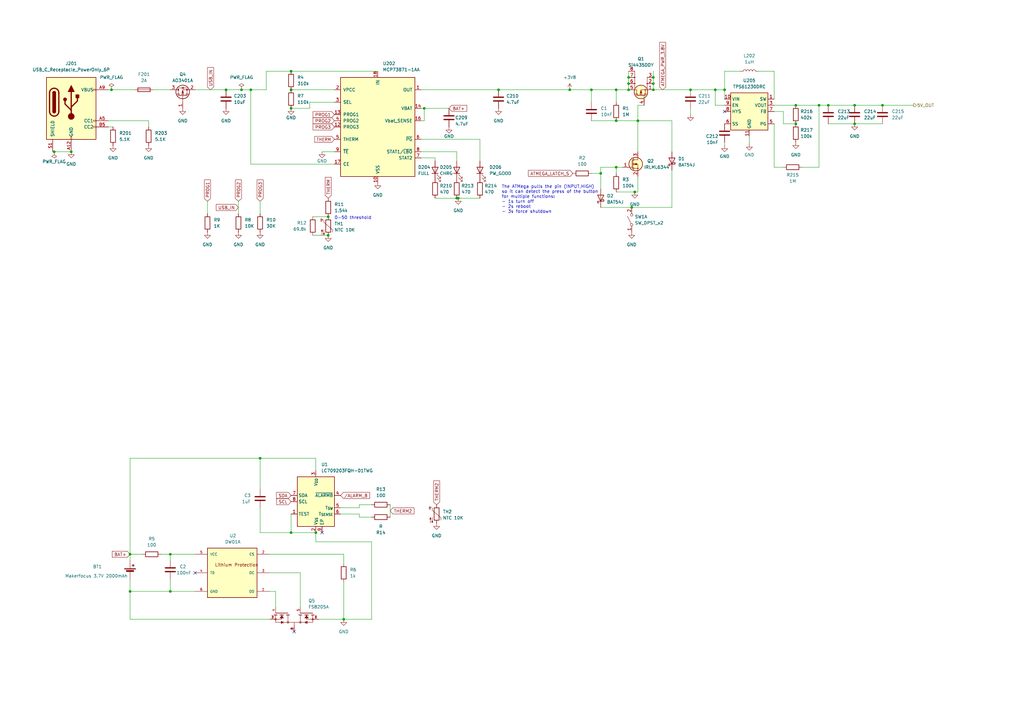
<source format=kicad_sch>
(kicad_sch (version 20230121) (generator eeschema)
  (paper "A3")
  (lib_symbols
    (symbol "Battery_Management:LC709203FQH-01TWG"
      (property "Reference" "U" (at -6.35 11.43 0))
      (property "Value" "LC709203FQH-01TWG" (at 11.43 11.43 0))
      (symbol "LC709203FQH-01TWG_0_1"
        (rectangle (start -7.62 10.16) (end 7.62 -10.16) (stroke (width 0.254)) (fill (type background)))
      )
      (symbol "LC709203FQH-01TWG_1_1"
        (pin input line (at -10.16 -5.08 0) (length 2.54) (name "TEST") (number "1"))
        (pin power_in line (at 0 -12.7 90) (length 2.54) (name "V_{SS}") (number "2"))
        (pin power_in line (at 0 12.7 270) (length 2.54) (name "V_{DD}") (number "3"))
        (pin open_collector line (at 10.16 2.54 180) (length 2.54) (name "~{ALARMB}") (number "4"))
        (pin output line (at 10.16 -2.54 180) (length 2.54) (name "T_{SW}") (number "5"))
        (pin input line (at 10.16 -5.08 180) (length 2.54) (name "T_{SENSE}") (number "6"))
        (pin bidirectional line (at -10.16 2.54 0) (length 2.54) (name "SDA") (number "7"))
        (pin input line (at -10.16 0 0) (length 2.54) (name "SCL") (number "8"))
        (pin passive line (at 2.54 -12.7 90) (length 2.54) (name "EP") (number "9"))
      )
    )
    (symbol "Battery_Management:MCP73871-1AA" (pin_names (offset 1.016))
      (property "Reference" "U" (at -7.62 24.13 0))
      (property "Value" "MCP73871-1AA" (at -15.24 21.59 0))
      (symbol "MCP73871-1AA_0_1"
        (rectangle (start -15.24 20.32) (end 15.24 -20.32) (stroke (width 0.254)) (fill (type background)))
      )
      (symbol "MCP73871-1AA_1_1"
        (pin power_out line (at 17.78 15.24 180) (length 2.54) (name "OUT") (number "1"))
        (pin power_in line (at 0 -22.86 90) (length 2.54) (name "VSS") (number "10"))
        (pin passive line (at 0 -22.86 90) (length 2.54) hide (name "VSS") (number "11"))
        (pin bidirectional line (at -17.78 0 0) (length 2.54) (name "PROG3") (number "12"))
        (pin bidirectional line (at -17.78 5.08 0) (length 2.54) (name "PROG1") (number "13"))
        (pin power_out line (at 17.78 7.62 180) (length 2.54) (name "VBAT") (number "14"))
        (pin passive line (at 17.78 7.62 180) (length 2.54) hide (name "VBAT") (number "15"))
        (pin input line (at 17.78 2.54 180) (length 2.54) (name "Vbat_SENSE") (number "16"))
        (pin input line (at -17.78 -15.24 0) (length 2.54) (name "CE") (number "17"))
        (pin power_in line (at 0 22.86 270) (length 2.54) (name "IN") (number "18"))
        (pin passive line (at 0 22.86 270) (length 2.54) hide (name "IN") (number "19"))
        (pin input line (at -17.78 15.24 0) (length 2.54) (name "VPCC") (number "2"))
        (pin passive line (at 17.78 15.24 180) (length 2.54) hide (name "OUT") (number "20"))
        (pin passive line (at 0 -22.86 90) (length 2.54) hide (name "VSS") (number "21"))
        (pin input line (at -17.78 10.16 0) (length 2.54) (name "SEL") (number "3"))
        (pin input line (at -17.78 2.54 0) (length 2.54) (name "PROG2") (number "4"))
        (pin bidirectional line (at -17.78 -5.08 0) (length 2.54) (name "THERM") (number "5"))
        (pin open_collector line (at 17.78 -5.08 180) (length 2.54) (name "~{PG}") (number "6"))
        (pin open_collector line (at 17.78 -12.7 180) (length 2.54) (name "STAT2") (number "7"))
        (pin open_collector line (at 17.78 -10.16 180) (length 2.54) (name "STAT1/~{LBO}") (number "8"))
        (pin input line (at -17.78 -10.16 0) (length 2.54) (name "~{TE}") (number "9"))
      )
    )
    (symbol "Connector:USB_C_Receptacle_PowerOnly_6P" (pin_names (offset 1.016))
      (property "Reference" "J" (at 0 16.51 0))
      (property "Value" "USB_C_Receptacle_PowerOnly_6P" (at 0 13.97 0))
      (symbol "USB_C_Receptacle_PowerOnly_6P_0_0"
        (rectangle (start -0.254 -12.7) (end 0.254 -11.684))
        (rectangle (start 10.16 -7.366) (end 9.144 -7.874))
        (rectangle (start 10.16 -4.826) (end 9.144 -5.334))
        (rectangle (start 10.16 7.874) (end 9.144 7.366))
      )
      (symbol "USB_C_Receptacle_PowerOnly_6P_0_1"
        (rectangle (start -10.16 12.7) (end 10.16 -12.7) (stroke (width 0.254)) (fill (type background)))
        (arc (start -8.89 -1.27) (mid -6.985 -3.1667) (end -5.08 -1.27) (stroke (width 0.508)))
        (arc (start -7.62 -1.27) (mid -6.985 -1.9023) (end -6.35 -1.27) (stroke (width 0.254)))
        (arc (start -7.62 -1.27) (mid -6.985 -1.9023) (end -6.35 -1.27) (stroke (width 0.254)) (fill (type outline)))
        (rectangle (start -7.62 -1.27) (end -6.35 6.35) (stroke (width 0.254)) (fill (type outline)))
        (arc (start -6.35 6.35) (mid -6.985 6.9823) (end -7.62 6.35) (stroke (width 0.254)))
        (arc (start -6.35 6.35) (mid -6.985 6.9823) (end -7.62 6.35) (stroke (width 0.254)) (fill (type outline)))
        (arc (start -5.08 6.35) (mid -6.985 8.2467) (end -8.89 6.35) (stroke (width 0.508)))
        (circle (center -2.54 3.683) (radius 0.635) (stroke (width 0.254)) (fill (type outline)))
        (circle (center 0 -3.302) (radius 1.27) (fill (type outline)))
        (polyline (pts (xy -8.89 -1.27) (xy -8.89 6.35)) (stroke (width 0.508)))
        (polyline (pts (xy -5.08 6.35) (xy -5.08 -1.27)) (stroke (width 0.508)))
        (polyline (pts (xy 0 -3.302) (xy 0 6.858)) (stroke (width 0.508)))
        (polyline (pts (xy 0 -0.762) (xy -2.54 1.778) (xy -2.54 3.048)) (stroke (width 0.508)))
        (polyline (pts (xy 0 0.508) (xy 2.54 3.048) (xy 2.54 4.318)) (stroke (width 0.508)))
        (polyline (pts (xy -1.27 6.858) (xy 0 9.398) (xy 1.27 6.858) (xy -1.27 6.858)) (stroke (width 0.254)) (fill (type outline)))
        (rectangle (start 1.905 4.318) (end 3.175 5.588) (stroke (width 0.254)) (fill (type outline)))
      )
      (symbol "USB_C_Receptacle_PowerOnly_6P_1_1"
        (pin passive line (at 0 -17.78 90) (length 5.08) (name "GND") (number "A12"))
        (pin bidirectional line (at 15.24 -5.08 180) (length 5.08) (name "CC1") (number "A5"))
        (pin passive line (at 15.24 7.62 180) (length 5.08) (name "VBUS") (number "A9"))
        (pin passive line (at 0 -17.78 90) (length 5.08) hide (name "GND") (number "B12"))
        (pin bidirectional line (at 15.24 -7.62 180) (length 5.08) (name "CC2") (number "B5"))
        (pin passive line (at 15.24 7.62 180) (length 5.08) hide (name "VBUS") (number "B9"))
        (pin passive line (at -7.62 -17.78 90) (length 5.08) (name "SHIELD") (number "S1"))
      )
    )
    (symbol "DW01A:DW01A" (pin_names (offset 1.016))
      (property "Reference" "U" (at -5.08 11.43 0))
      (property "Value" "DW01A" (at -5.08 -12.7 0))
      (symbol "DW01A_0_0"
        (rectangle (start -10.16 -10.16) (end 10.16 10.16) (stroke (width 0.254)) (fill (type background)))
        (text "Lithium Protection" (at -7.112 2.54 0) (effects (font (size 1.27 1.27)) (justify left bottom)))
        (pin bidirectional line (at 15.24 -7.62 180) (length 5.08) (name "OD") (number "1"))
        (pin bidirectional line (at 15.24 7.62 180) (length 5.08) (name "CS") (number "2"))
        (pin bidirectional line (at 15.24 0 180) (length 5.08) (name "OC") (number "3"))
        (pin bidirectional line (at -15.24 0 0) (length 5.08) (name "TD") (number "4"))
        (pin power_in line (at -15.24 7.62 0) (length 5.08) (name "VCC") (number "5"))
        (pin power_in line (at -15.24 -7.62 0) (length 5.08) (name "GND") (number "6"))
      )
    )
    (symbol "Device:Battery_Cell" (pin_numbers hide) (pin_names (offset 0) hide)
      (property "Reference" "BT" (at 2.54 2.54 0))
      (property "Value" "Battery_Cell" (at 2.54 0 0))
      (symbol "Battery_Cell_0_1"
        (rectangle (start -2.286 1.778) (end 2.286 1.524) (fill (type outline)))
        (rectangle (start -1.524 1.016) (end 1.524 0.508) (fill (type outline)))
        (polyline (pts (xy 0 0.762) (xy 0 0)))
        (polyline (pts (xy 0 1.778) (xy 0 2.54)))
        (polyline (pts (xy 0.762 3.048) (xy 1.778 3.048)) (stroke (width 0.254)))
        (polyline (pts (xy 1.27 3.556) (xy 1.27 2.54)) (stroke (width 0.254)))
      )
      (symbol "Battery_Cell_1_1"
        (pin passive line (at 0 5.08 270) (length 2.54) (name "+") (number "1"))
        (pin passive line (at 0 -2.54 90) (length 2.54) (name "-") (number "2"))
      )
    )
    (symbol "Device:C" (pin_numbers hide) (pin_names (offset 0.254))
      (property "Reference" "C" (at 0.635 2.54 0))
      (property "Value" "C" (at 0.635 -2.54 0))
      (symbol "C_0_1"
        (polyline (pts (xy -2.032 -0.762) (xy 2.032 -0.762)) (stroke (width 0.508)))
        (polyline (pts (xy -2.032 0.762) (xy 2.032 0.762)) (stroke (width 0.508)))
      )
      (symbol "C_1_1"
        (pin passive line (at 0 3.81 270) (length 2.794) (name "~") (number "1"))
        (pin passive line (at 0 -3.81 90) (length 2.794) (name "~") (number "2"))
      )
    )
    (symbol "Device:Fuse" (pin_numbers hide) (pin_names (offset 0))
      (property "Reference" "F" (at 2.032 0 90))
      (property "Value" "Fuse" (at -1.905 0 90))
      (symbol "Fuse_0_1"
        (rectangle (start -0.762 -2.54) (end 0.762 2.54) (stroke (width 0.254)))
        (polyline (pts (xy 0 2.54) (xy 0 -2.54)))
      )
      (symbol "Fuse_1_1"
        (pin passive line (at 0 3.81 270) (length 1.27) (name "~") (number "1"))
        (pin passive line (at 0 -3.81 90) (length 1.27) (name "~") (number "2"))
      )
    )
    (symbol "Device:L" (pin_numbers hide) (pin_names (offset 1.016) hide)
      (property "Reference" "L" (at -1.27 0 90))
      (property "Value" "L" (at 1.905 0 90))
      (symbol "L_0_1"
        (arc (start 0 -2.54) (mid 0.6323 -1.905) (end 0 -1.27))
        (arc (start 0 -1.27) (mid 0.6323 -0.635) (end 0 0))
        (arc (start 0 0) (mid 0.6323 0.635) (end 0 1.27))
        (arc (start 0 1.27) (mid 0.6323 1.905) (end 0 2.54))
      )
      (symbol "L_1_1"
        (pin passive line (at 0 3.81 270) (length 1.27) (name "1") (number "1"))
        (pin passive line (at 0 -3.81 90) (length 1.27) (name "2") (number "2"))
      )
    )
    (symbol "Device:LED" (pin_numbers hide) (pin_names (offset 1.016) hide)
      (property "Reference" "D" (at 0 2.54 0))
      (property "Value" "LED" (at 0 -2.54 0))
      (symbol "LED_0_1"
        (polyline (pts (xy -1.27 -1.27) (xy -1.27 1.27)) (stroke (width 0.254)))
        (polyline (pts (xy -1.27 0) (xy 1.27 0)))
        (polyline (pts (xy 1.27 -1.27) (xy 1.27 1.27) (xy -1.27 0) (xy 1.27 -1.27)) (stroke (width 0.254)))
        (polyline (pts (xy -3.048 -0.762) (xy -4.572 -2.286) (xy -3.81 -2.286) (xy -4.572 -2.286) (xy -4.572 -1.524)))
        (polyline (pts (xy -1.778 -0.762) (xy -3.302 -2.286) (xy -2.54 -2.286) (xy -3.302 -2.286) (xy -3.302 -1.524)))
      )
      (symbol "LED_1_1"
        (pin passive line (at -3.81 0 0) (length 2.54) (name "K") (number "1"))
        (pin passive line (at 3.81 0 180) (length 2.54) (name "A") (number "2"))
      )
    )
    (symbol "Device:R" (pin_numbers hide) (pin_names (offset 0))
      (property "Reference" "R" (at 2.032 0 90))
      (property "Value" "R" (at 0 0 90))
      (symbol "R_0_1"
        (rectangle (start -1.016 -2.54) (end 1.016 2.54) (stroke (width 0.254)))
      )
      (symbol "R_1_1"
        (pin passive line (at 0 3.81 270) (length 1.27) (name "~") (number "1"))
        (pin passive line (at 0 -3.81 90) (length 1.27) (name "~") (number "2"))
      )
    )
    (symbol "Device:Thermistor_NTC" (pin_numbers hide) (pin_names (offset 0))
      (property "Reference" "TH" (at -4.445 0 90))
      (property "Value" "Thermistor_NTC" (at 3.175 0 90))
      (symbol "Thermistor_NTC_0_1"
        (arc (start -3.048 2.159) (mid -3.0495 2.3143) (end -3.175 2.413))
        (arc (start -3.048 2.159) (mid -2.9736 1.9794) (end -2.794 1.905))
        (arc (start -3.048 2.794) (mid -2.9736 2.6144) (end -2.794 2.54))
        (arc (start -2.794 1.905) (mid -2.6144 1.9794) (end -2.54 2.159))
        (arc (start -2.794 2.54) (mid -2.4393 2.5587) (end -2.159 2.794))
        (arc (start -2.794 3.048) (mid -2.9736 2.9736) (end -3.048 2.794))
        (arc (start -2.54 2.794) (mid -2.6144 2.9736) (end -2.794 3.048))
        (rectangle (start -1.016 2.54) (end 1.016 -2.54) (stroke (width 0.254)))
        (polyline (pts (xy -2.54 2.159) (xy -2.54 2.794)))
        (polyline (pts (xy -1.778 2.54) (xy -1.778 1.524) (xy 1.778 -1.524) (xy 1.778 -2.54)))
        (polyline (pts (xy -2.54 -3.683) (xy -2.54 -1.397) (xy -2.794 -2.159) (xy -2.286 -2.159) (xy -2.54 -1.397) (xy -2.54 -1.651)) (fill (type outline)))
        (polyline (pts (xy -1.778 -1.397) (xy -1.778 -3.683) (xy -2.032 -2.921) (xy -1.524 -2.921) (xy -1.778 -3.683) (xy -1.778 -3.429)) (fill (type outline)))
      )
      (symbol "Thermistor_NTC_1_1"
        (pin passive line (at 0 3.81 270) (length 1.27) (name "~") (number "1"))
        (pin passive line (at 0 -3.81 90) (length 1.27) (name "~") (number "2"))
      )
    )
    (symbol "Diode:BAT54J" (pin_numbers hide) (pin_names (offset 1.016) hide)
      (property "Reference" "D" (at 0 2.54 0))
      (property "Value" "BAT54J" (at 0 -2.54 0))
      (symbol "BAT54J_0_1"
        (polyline (pts (xy 1.27 0) (xy -1.27 0)))
        (polyline (pts (xy 1.27 1.27) (xy 1.27 -1.27) (xy -1.27 0) (xy 1.27 1.27)) (stroke (width 0.254)))
        (polyline (pts (xy -1.905 0.635) (xy -1.905 1.27) (xy -1.27 1.27) (xy -1.27 -1.27) (xy -0.635 -1.27) (xy -0.635 -0.635)) (stroke (width 0.254)))
      )
      (symbol "BAT54J_1_1"
        (pin passive line (at -3.81 0 0) (length 2.54) (name "K") (number "1"))
        (pin passive line (at 3.81 0 180) (length 2.54) (name "A") (number "2"))
      )
    )
    (symbol "FS8205A:FS8205A" (pin_names (offset 1.016))
      (property "Reference" "Q" (at -11.43 7.62 0))
      (property "Value" "FS8205A" (at -11.43 -12.7 0))
      (symbol "FS8205A_0_0"
        (circle (center 0 -7.62) (radius 0.3592))
        (polyline (pts (xy -2.54 -2.54) (xy -2.54 -7.62)) (stroke (width 0.254)))
        (polyline (pts (xy -2.54 7.62) (xy -2.54 2.54)) (stroke (width 0.254)))
        (polyline (pts (xy -1.778 -7.62) (xy -1.778 -8.255)) (stroke (width 0.254)))
        (polyline (pts (xy -1.778 -6.985) (xy -1.778 -7.62)) (stroke (width 0.254)))
        (polyline (pts (xy -1.778 -5.08) (xy -1.778 -5.842)) (stroke (width 0.254)))
        (polyline (pts (xy -1.778 -5.08) (xy 0 -5.08)) (stroke (width 0.1524)))
        (polyline (pts (xy -1.778 -4.318) (xy -1.778 -5.08)) (stroke (width 0.254)))
        (polyline (pts (xy -1.778 -2.54) (xy -1.778 -3.175)) (stroke (width 0.254)))
        (polyline (pts (xy -1.778 -2.54) (xy 1.27 -2.54)) (stroke (width 0.1524)))
        (polyline (pts (xy -1.778 -1.905) (xy -1.778 -2.54)) (stroke (width 0.254)))
        (polyline (pts (xy -1.778 2.54) (xy -1.778 1.905)) (stroke (width 0.254)))
        (polyline (pts (xy -1.778 3.175) (xy -1.778 2.54)) (stroke (width 0.254)))
        (polyline (pts (xy -1.778 5.08) (xy -1.778 4.318)) (stroke (width 0.254)))
        (polyline (pts (xy -1.778 5.08) (xy 0 5.08)) (stroke (width 0.1524)))
        (polyline (pts (xy -1.778 5.842) (xy -1.778 5.08)) (stroke (width 0.254)))
        (polyline (pts (xy -1.778 7.62) (xy -1.778 6.985)) (stroke (width 0.254)))
        (polyline (pts (xy -1.778 7.62) (xy 1.27 7.62)) (stroke (width 0.1524)))
        (polyline (pts (xy -1.778 8.255) (xy -1.778 7.62)) (stroke (width 0.254)))
        (polyline (pts (xy 0 -7.62) (xy -1.778 -7.62)) (stroke (width 0.1524)))
        (polyline (pts (xy 0 -7.62) (xy 1.27 -7.62)) (stroke (width 0.1524)))
        (polyline (pts (xy 0 -5.08) (xy 0 -7.62)) (stroke (width 0.1524)))
        (polyline (pts (xy 0 7.62) (xy 0 5.08)) (stroke (width 0.1524)))
        (polyline (pts (xy 0.762 4.572) (xy 1.27 4.572)) (stroke (width 0.1524)))
        (polyline (pts (xy 1.27 -4.572) (xy 0.762 -4.572)) (stroke (width 0.1524)))
        (polyline (pts (xy 1.27 -4.572) (xy 1.27 -7.62)) (stroke (width 0.1524)))
        (polyline (pts (xy 1.27 -2.54) (xy 1.27 -4.572)) (stroke (width 0.1524)))
        (polyline (pts (xy 1.27 -2.54) (xy 1.27 0)) (stroke (width 0.1524)))
        (polyline (pts (xy 1.27 0) (xy 1.27 2.54)) (stroke (width 0.1524)))
        (polyline (pts (xy 1.27 0) (xy 2.54 0)) (stroke (width 0.1524)))
        (polyline (pts (xy 1.27 2.54) (xy -1.778 2.54)) (stroke (width 0.1524)))
        (polyline (pts (xy 1.27 2.54) (xy 1.27 4.572)) (stroke (width 0.1524)))
        (polyline (pts (xy 1.27 4.572) (xy 1.27 7.62)) (stroke (width 0.1524)))
        (polyline (pts (xy 1.27 4.572) (xy 1.778 4.572)) (stroke (width 0.1524)))
        (polyline (pts (xy 1.778 -4.572) (xy 1.27 -4.572)) (stroke (width 0.1524)))
        (polyline (pts (xy -1.524 -5.08) (xy -0.508 -4.318) (xy -0.508 -5.842) (xy -1.524 -5.08)) (stroke (width 0.1524)) (fill (type outline)))
        (polyline (pts (xy -1.524 5.08) (xy -0.508 5.842) (xy -0.508 4.318) (xy -1.524 5.08)) (stroke (width 0.1524)) (fill (type outline)))
        (polyline (pts (xy 1.27 -4.572) (xy 0.762 -5.334) (xy 1.778 -5.334) (xy 1.27 -4.572)) (stroke (width 0.1524)) (fill (type outline)))
        (polyline (pts (xy 1.27 4.572) (xy 1.778 5.334) (xy 0.762 5.334) (xy 1.27 4.572)) (stroke (width 0.1524)) (fill (type outline)))
        (circle (center 0 7.62) (radius 0.3592))
        (circle (center 1.27 -2.54) (radius 0.3592))
        (circle (center 1.27 2.54) (radius 0.3592))
        (pin passive line (at 5.08 0 180) (length 2.54) (name "~") (number "1"))
        (pin passive line (at 0 -10.16 90) (length 2.54) (name "~") (number "2"))
        (pin passive line (at 0 -10.16 90) (length 2.54) (name "~") (number "3"))
        (pin passive line (at -5.08 -7.62 0) (length 2.54) (name "~") (number "4"))
        (pin passive line (at -5.08 2.54 0) (length 2.54) (name "~") (number "5"))
        (pin passive line (at 0 10.16 270) (length 2.54) (name "~") (number "6"))
        (pin passive line (at 0 10.16 270) (length 2.54) (name "~") (number "7"))
        (pin passive line (at 5.08 0 180) (length 2.54) (name "~") (number "8"))
      )
    )
    (symbol "PCM_Transistor_MOSFET_AKL:IRLML6344" (pin_names hide)
      (property "Reference" "Q" (at 5.08 1.27 0))
      (property "Value" "IRLML6344" (at 5.08 -1.27 0))
      (symbol "IRLML6344_0_1"
        (polyline (pts (xy 0.254 -1.27) (xy -2.54 -1.27)))
        (polyline (pts (xy 0.254 1.905) (xy 0.254 -1.905)) (stroke (width 0.254)))
        (polyline (pts (xy 0.762 -1.778) (xy 2.54 -1.778)))
        (polyline (pts (xy 0.762 -1.27) (xy 0.762 -2.286)) (stroke (width 0.254)))
        (polyline (pts (xy 0.762 0.508) (xy 0.762 -0.508)) (stroke (width 0.254)))
        (polyline (pts (xy 0.762 2.286) (xy 0.762 1.27)) (stroke (width 0.254)))
        (polyline (pts (xy 2.54 1.778) (xy 0.762 1.778)))
        (polyline (pts (xy 2.54 2.54) (xy 2.54 1.778)))
        (polyline (pts (xy 2.54 -2.54) (xy 2.54 0) (xy 0.762 0)))
        (polyline (pts (xy 1.016 0) (xy 2.032 0.381) (xy 2.032 -0.381) (xy 1.016 0)) (fill (type outline)))
        (circle (center 1.651 0) (radius 2.794) (stroke (width 0.254)) (fill (type background)))
        (circle (center 2.54 -1.778) (radius 0.1778) (fill (type outline)))
      )
      (symbol "IRLML6344_1_1"
        (pin input line (at -3.81 -1.27 0) (length 2.54) (name "G") (number "1"))
        (pin passive line (at 2.54 -5.08 90) (length 2.54) (name "S") (number "2"))
        (pin passive line (at 2.54 5.08 270) (length 2.54) (name "D") (number "3"))
      )
    )
    (symbol "PCM_Transistor_MOSFET_AKL:Si4435DDY" (pin_names hide)
      (property "Reference" "Q" (at 5.08 1.27 0))
      (property "Value" "Si4435DDY" (at 5.08 -1.27 0))
      (symbol "Si4435DDY_0_1"
        (polyline (pts (xy 0.254 -1.905) (xy 0.254 1.905)) (stroke (width 0.254)))
        (polyline (pts (xy 0.254 1.27) (xy -2.54 1.27)))
        (polyline (pts (xy 0.762 -2.286) (xy 0.762 -1.27)) (stroke (width 0.254)))
        (polyline (pts (xy 0.762 -1.778) (xy 2.54 -1.778)))
        (polyline (pts (xy 0.762 -0.508) (xy 0.762 0.508)) (stroke (width 0.254)))
        (polyline (pts (xy 0.762 1.27) (xy 0.762 2.286)) (stroke (width 0.254)))
        (polyline (pts (xy 0.762 1.778) (xy 2.54 1.778)))
        (polyline (pts (xy 2.54 -2.54) (xy 2.54 -1.778)))
        (polyline (pts (xy 2.54 2.54) (xy 7.62 2.54)))
        (polyline (pts (xy 7.62 -2.54) (xy 2.54 -2.54)))
        (polyline (pts (xy 7.62 -2.54) (xy 10.16 -2.54)))
        (polyline (pts (xy 2.54 2.54) (xy 2.54 0) (xy 0.762 0)))
        (polyline (pts (xy 2.286 0) (xy 1.27 -0.381) (xy 1.27 0.381) (xy 2.286 0)) (fill (type outline)))
        (circle (center 5.08 -2.54) (radius 0.1778) (fill (type outline)))
        (circle (center 5.08 2.54) (radius 0.1778) (fill (type outline)))
        (circle (center 7.62 -2.54) (radius 0.1778) (fill (type outline)))
      )
      (symbol "Si4435DDY_1_1"
        (circle (center 1.651 0) (radius 2.794) (stroke (width 0.254)) (fill (type background)))
        (circle (center 2.54 1.778) (radius 0.1778) (fill (type outline)))
        (pin passive line (at 2.54 5.08 270) (length 2.54) (name "S") (number "1"))
        (pin passive line (at 5.08 5.08 270) (length 2.54) (name "S") (number "2"))
        (pin passive line (at 7.62 5.08 270) (length 2.54) (name "S") (number "3"))
        (pin input line (at -3.81 1.27 0) (length 2.54) (name "G") (number "4"))
        (pin passive line (at 2.54 -5.08 90) (length 2.54) (name "D") (number "5"))
        (pin passive line (at 5.08 -5.08 90) (length 2.54) (name "D") (number "6"))
        (pin passive line (at 7.62 -5.08 90) (length 2.54) (name "D") (number "7"))
        (pin passive line (at 10.16 -5.08 90) (length 2.54) (name "D") (number "8"))
      )
    )
    (symbol "Regulator_Switching:TPS61230DRC"
      (property "Reference" "U" (at -7.62 11.43 0))
      (property "Value" "TPS61230DRC" (at -7.62 8.89 0))
      (symbol "TPS61230DRC_0_1"
        (rectangle (start -7.62 7.62) (end 7.62 -7.62) (stroke (width 0.254)) (fill (type background)))
      )
      (symbol "TPS61230DRC_1_1"
        (pin power_out line (at 10.16 5.08 180) (length 2.54) (name "SW") (number "1"))
        (pin power_in line (at -10.16 5.08 0) (length 2.54) (name "VIN") (number "10"))
        (pin power_in line (at 0 -10.16 90) (length 2.54) (name "GND") (number "11"))
        (pin passive line (at 10.16 5.08 180) (length 2.54) hide (name "SW") (number "2"))
        (pin power_out line (at 10.16 2.54 180) (length 2.54) (name "VOUT") (number "3"))
        (pin passive line (at 10.16 2.54 180) (length 2.54) hide (name "VOUT") (number "4"))
        (pin output line (at 10.16 -5.08 180) (length 2.54) (name "PG") (number "5"))
        (pin input line (at -10.16 -5.08 0) (length 2.54) (name "SS") (number "6"))
        (pin input line (at 10.16 0 180) (length 2.54) (name "FB") (number "7"))
        (pin output line (at -10.16 0 0) (length 2.54) (name "HYS") (number "8"))
        (pin input line (at -10.16 2.54 0) (length 2.54) (name "EN") (number "9"))
      )
    )
    (symbol "Switch:SW_DPST_x2" (pin_names (offset 0) hide)
      (property "Reference" "SW" (at 0 3.175 0))
      (property "Value" "SW_DPST_x2" (at 0 -2.54 0))
      (symbol "SW_DPST_x2_0_0"
        (circle (center -2.032 0) (radius 0.508))
        (polyline (pts (xy -1.524 0.254) (xy 1.524 1.778)))
        (circle (center 2.032 0) (radius 0.508))
      )
      (symbol "SW_DPST_x2_1_1"
        (pin passive line (at -5.08 0 0) (length 2.54) (name "A") (number "1"))
        (pin passive line (at 5.08 0 180) (length 2.54) (name "B") (number "2"))
      )
      (symbol "SW_DPST_x2_2_1"
        (pin passive line (at -5.08 0 0) (length 2.54) (name "A") (number "3"))
        (pin passive line (at 5.08 0 180) (length 2.54) (name "B") (number "4"))
      )
    )
    (symbol "Transistor_FET:AO3401A" (pin_names hide)
      (property "Reference" "Q" (at 5.08 1.905 0))
      (property "Value" "AO3401A" (at 5.08 0 0))
      (symbol "AO3401A_0_1"
        (polyline (pts (xy 0.254 0) (xy -2.54 0)))
        (polyline (pts (xy 0.254 1.905) (xy 0.254 -1.905)) (stroke (width 0.254)))
        (polyline (pts (xy 0.762 -1.27) (xy 0.762 -2.286)) (stroke (width 0.254)))
        (polyline (pts (xy 0.762 0.508) (xy 0.762 -0.508)) (stroke (width 0.254)))
        (polyline (pts (xy 0.762 2.286) (xy 0.762 1.27)) (stroke (width 0.254)))
        (polyline (pts (xy 2.54 2.54) (xy 2.54 1.778)))
        (polyline (pts (xy 2.54 -2.54) (xy 2.54 0) (xy 0.762 0)))
        (polyline (pts (xy 0.762 1.778) (xy 3.302 1.778) (xy 3.302 -1.778) (xy 0.762 -1.778)))
        (polyline (pts (xy 2.286 0) (xy 1.27 0.381) (xy 1.27 -0.381) (xy 2.286 0)) (fill (type outline)))
        (polyline (pts (xy 2.794 -0.508) (xy 2.921 -0.381) (xy 3.683 -0.381) (xy 3.81 -0.254)))
        (polyline (pts (xy 3.302 -0.381) (xy 2.921 0.254) (xy 3.683 0.254) (xy 3.302 -0.381)))
        (circle (center 1.651 0) (radius 2.794) (stroke (width 0.254)))
        (circle (center 2.54 -1.778) (radius 0.254) (fill (type outline)))
        (circle (center 2.54 1.778) (radius 0.254) (fill (type outline)))
      )
      (symbol "AO3401A_1_1"
        (pin input line (at -5.08 0 0) (length 2.54) (name "G") (number "1"))
        (pin passive line (at 2.54 -5.08 90) (length 2.54) (name "S") (number "2"))
        (pin passive line (at 2.54 5.08 270) (length 2.54) (name "D") (number "3"))
      )
    )
    (symbol "power:+3V8" (power) (pin_names (offset 0))
      (property "Value" "+3V8" (at 0 3.556 0))
      (symbol "+3V8_0_1"
        (polyline (pts (xy -0.762 1.27) (xy 0 2.54)))
        (polyline (pts (xy 0 0) (xy 0 2.54)))
        (polyline (pts (xy 0 2.54) (xy 0.762 1.27)))
      )
      (symbol "+3V8_1_1"
        (pin power_in line (at 0 0 90) (length 0) hide (name "+3V8") (number "1"))
      )
    )
    (symbol "power:GND" (power) (pin_names (offset 0))
      (property "Value" "GND" (at 0 -3.81 0))
      (symbol "GND_0_1"
        (polyline (pts (xy 0 0) (xy 0 -1.27) (xy 1.27 -1.27) (xy 0 -2.54) (xy -1.27 -1.27) (xy 0 -1.27)))
      )
      (symbol "GND_1_1"
        (pin power_in line (at 0 0 270) (length 0) hide (name "GND") (number "1"))
      )
    )
    (symbol "power:PWR_FLAG" (power) (pin_numbers hide) (pin_names (offset 0) hide)
      (property "Value" "PWR_FLAG" (at 0 3.81 0))
      (symbol "PWR_FLAG_0_0"
        (pin power_out line (at 0 0 90) (length 0) (name "pwr") (number "1"))
      )
      (symbol "PWR_FLAG_0_1"
        (polyline (pts (xy 0 0) (xy 0 1.27) (xy -1.016 1.905) (xy 0 2.54) (xy 1.016 1.905) (xy 0 1.27)))
      )
    )
  )
  (junction (at 252.73 68.58))
  (junction (at 259.08 85.09))
  (junction (at 99.06 36.83))
  (junction (at 119.38 44.45))
  (junction (at 106.68 187.96))
  (junction (at 252.73 49.53))
  (junction (at 293.37 36.83))
  (junction (at 335.915 43.18))
  (junction (at 257.81 36.83))
  (junction (at 350.52 50.8))
  (junction (at 53.34 227.33))
  (junction (at 260.35 78.74))
  (junction (at 187.325 81.28))
  (junction (at 350.52 43.18))
  (junction (at 267.97 34.29))
  (junction (at 204.47 36.83))
  (junction (at 69.85 242.57))
  (junction (at 233.68 36.83))
  (junction (at 267.97 36.83))
  (junction (at 242.57 36.83))
  (junction (at 92.71 36.83))
  (junction (at 134.62 88.9))
  (junction (at 102.87 36.83))
  (junction (at 140.97 254))
  (junction (at 267.97 31.75))
  (junction (at 339.725 43.18))
  (junction (at 45.72 36.83))
  (junction (at 361.95 43.18))
  (junction (at 129.54 218.44))
  (junction (at 261.62 49.53))
  (junction (at 246.38 71.12))
  (junction (at 257.81 31.75))
  (junction (at 53.34 242.57))
  (junction (at 134.62 96.52))
  (junction (at 252.73 36.83))
  (junction (at 119.38 29.21))
  (junction (at 283.21 36.83))
  (junction (at 187.96 81.28))
  (junction (at 22.225 62.23))
  (junction (at 119.38 218.44))
  (junction (at 297.18 36.83))
  (junction (at 326.39 43.18))
  (junction (at 69.85 227.33))
  (junction (at 29.21 62.23))
  (junction (at 119.38 36.83))
  (junction (at 257.81 34.29))
  (junction (at 326.39 50.8))
  (junction (at 173.99 44.45))
  (no_connect (at 120.65 259.08))
  (no_connect (at 132.08 218.44))
  (no_connect (at 297.18 45.72))
  (no_connect (at 80.01 234.95))
  (wire (pts (xy 321.31 45.72) (xy 321.31 50.8)))
  (wire (pts (xy 128.27 88.9) (xy 134.62 88.9)))
  (wire (pts (xy 187.325 66.04) (xy 187.325 62.23)))
  (wire (pts (xy 58.42 227.33) (xy 53.34 227.33)))
  (wire (pts (xy 339.725 50.8) (xy 350.52 50.8)))
  (wire (pts (xy 53.34 187.96) (xy 53.34 227.33)))
  (wire (pts (xy 275.59 49.53) (xy 275.59 62.23)))
  (wire (pts (xy 242.57 36.83) (xy 242.57 41.91)))
  (wire (pts (xy 335.915 43.18) (xy 339.725 43.18)))
  (wire (pts (xy 252.73 36.83) (xy 257.81 36.83)))
  (wire (pts (xy 53.34 237.49) (xy 53.34 242.57)))
  (wire (pts (xy 293.37 43.18) (xy 297.18 43.18)))
  (wire (pts (xy 106.68 82.55) (xy 106.68 87.63)))
  (wire (pts (xy 62.865 36.83) (xy 69.85 36.83)))
  (wire (pts (xy 102.87 67.31) (xy 137.16 67.31)))
  (wire (pts (xy 328.93 68.58) (xy 335.915 68.58)))
  (wire (pts (xy 45.72 36.83) (xy 44.45 36.83)))
  (wire (pts (xy 187.325 81.28) (xy 187.96 81.28)))
  (wire (pts (xy 137.16 62.23) (xy 132.08 62.23)))
  (wire (pts (xy 261.62 43.18) (xy 261.62 49.53)))
  (wire (pts (xy 128.27 96.52) (xy 134.62 96.52)))
  (wire (pts (xy 275.59 69.85) (xy 275.59 85.09)))
  (wire (pts (xy 110.49 242.57) (xy 113.03 242.57)))
  (wire (pts (xy 139.7 208.28) (xy 147.32 208.28)))
  (wire (pts (xy 339.725 43.18) (xy 350.52 43.18)))
  (wire (pts (xy 246.38 71.12) (xy 246.38 77.47)))
  (wire (pts (xy 53.34 227.33) (xy 53.34 229.87)))
  (wire (pts (xy 140.97 254) (xy 130.81 254)))
  (wire (pts (xy 267.97 29.21) (xy 267.97 31.75)))
  (wire (pts (xy 127 41.91) (xy 127 44.45)))
  (wire (pts (xy 257.81 31.75) (xy 257.81 34.29)))
  (wire (pts (xy 139.7 210.82) (xy 147.32 210.82)))
  (wire (pts (xy 113.03 242.57) (xy 113.03 248.92)))
  (wire (pts (xy 326.39 43.18) (xy 335.915 43.18)))
  (wire (pts (xy 92.71 36.83) (xy 99.06 36.83)))
  (wire (pts (xy 196.85 66.04) (xy 196.85 57.15)))
  (wire (pts (xy 106.68 187.96) (xy 53.34 187.96)))
  (wire (pts (xy 252.73 78.74) (xy 260.35 78.74)))
  (wire (pts (xy 44.45 49.53) (xy 60.96 49.53)))
  (wire (pts (xy 317.5 43.18) (xy 326.39 43.18)))
  (wire (pts (xy 261.62 43.18) (xy 264.16 43.18)))
  (wire (pts (xy 178.435 81.28) (xy 187.325 81.28)))
  (wire (pts (xy 119.38 36.83) (xy 137.16 36.83)))
  (wire (pts (xy 317.5 68.58) (xy 321.31 68.58)))
  (wire (pts (xy 147.32 210.82) (xy 147.32 212.09)))
  (wire (pts (xy 69.85 227.33) (xy 80.01 227.33)))
  (wire (pts (xy 147.32 212.09) (xy 152.4 212.09)))
  (wire (pts (xy 252.73 49.53) (xy 261.62 49.53)))
  (wire (pts (xy 252.73 68.58) (xy 252.73 71.12)))
  (wire (pts (xy 317.5 29.21) (xy 317.5 40.64)))
  (wire (pts (xy 119.38 218.44) (xy 129.54 218.44)))
  (wire (pts (xy 261.62 49.53) (xy 275.59 49.53)))
  (wire (pts (xy 307.34 55.88) (xy 307.34 59.055)))
  (wire (pts (xy 97.79 82.55) (xy 97.79 87.63)))
  (wire (pts (xy 109.22 29.21) (xy 119.38 29.21)))
  (wire (pts (xy 297.18 59.69) (xy 297.18 58.42)))
  (wire (pts (xy 283.21 36.83) (xy 293.37 36.83)))
  (wire (pts (xy 110.49 254) (xy 53.34 254)))
  (wire (pts (xy 173.99 44.45) (xy 184.15 44.45)))
  (wire (pts (xy 246.38 68.58) (xy 252.73 68.58)))
  (wire (pts (xy 297.18 29.21) (xy 297.18 36.83)))
  (wire (pts (xy 267.97 34.29) (xy 267.97 36.83)))
  (wire (pts (xy 267.97 31.75) (xy 267.97 34.29)))
  (wire (pts (xy 85.09 82.55) (xy 85.09 87.63)))
  (wire (pts (xy 53.34 254) (xy 53.34 242.57)))
  (wire (pts (xy 21.59 62.23) (xy 22.225 62.23)))
  (wire (pts (xy 350.52 50.8) (xy 361.95 50.8)))
  (wire (pts (xy 293.37 43.18) (xy 293.37 36.83)))
  (wire (pts (xy 317.5 50.8) (xy 317.5 68.58)))
  (wire (pts (xy 147.32 208.28) (xy 147.32 207.01)))
  (wire (pts (xy 129.54 218.44) (xy 129.54 222.25)))
  (wire (pts (xy 80.01 36.83) (xy 92.71 36.83)))
  (wire (pts (xy 140.97 227.33) (xy 140.97 231.14)))
  (wire (pts (xy 242.57 71.12) (xy 246.38 71.12)))
  (wire (pts (xy 172.72 36.83) (xy 204.47 36.83)))
  (wire (pts (xy 110.49 227.33) (xy 140.97 227.33)))
  (wire (pts (xy 69.85 237.49) (xy 69.85 242.57)))
  (wire (pts (xy 147.32 207.01) (xy 152.4 207.01)))
  (wire (pts (xy 297.18 36.83) (xy 297.18 40.64)))
  (wire (pts (xy 129.54 187.96) (xy 106.68 187.96)))
  (wire (pts (xy 350.52 43.18) (xy 361.95 43.18)))
  (wire (pts (xy 152.4 254) (xy 140.97 254)))
  (wire (pts (xy 261.62 72.39) (xy 261.62 78.74)))
  (wire (pts (xy 69.85 229.87) (xy 69.85 227.33)))
  (wire (pts (xy 22.225 62.23) (xy 29.21 62.23)))
  (wire (pts (xy 335.915 68.58) (xy 335.915 43.18)))
  (wire (pts (xy 261.62 49.53) (xy 261.62 62.23)))
  (wire (pts (xy 129.54 222.25) (xy 152.4 222.25)))
  (wire (pts (xy 127 44.45) (xy 119.38 44.45)))
  (wire (pts (xy 242.57 36.83) (xy 252.73 36.83)))
  (wire (pts (xy 311.15 29.21) (xy 317.5 29.21)))
  (wire (pts (xy 275.59 85.09) (xy 259.08 85.09)))
  (wire (pts (xy 187.96 81.28) (xy 196.85 81.28)))
  (wire (pts (xy 99.06 36.83) (xy 102.87 36.83)))
  (wire (pts (xy 102.87 67.31) (xy 102.87 36.83)))
  (wire (pts (xy 173.99 44.45) (xy 173.99 49.53)))
  (wire (pts (xy 321.31 50.8) (xy 326.39 50.8)))
  (wire (pts (xy 257.81 29.21) (xy 257.81 31.75)))
  (wire (pts (xy 106.68 208.28) (xy 106.68 218.44)))
  (wire (pts (xy 242.57 49.53) (xy 252.73 49.53)))
  (wire (pts (xy 297.18 29.21) (xy 303.53 29.21)))
  (wire (pts (xy 204.47 36.83) (xy 233.68 36.83)))
  (wire (pts (xy 361.95 43.18) (xy 374.65 43.18)))
  (wire (pts (xy 172.72 64.77) (xy 178.435 64.77)))
  (wire (pts (xy 178.435 64.77) (xy 178.435 66.04)))
  (wire (pts (xy 252.73 41.91) (xy 252.73 36.83)))
  (wire (pts (xy 60.96 49.53) (xy 60.96 52.07)))
  (wire (pts (xy 123.19 234.95) (xy 123.19 248.92)))
  (wire (pts (xy 293.37 36.83) (xy 297.18 36.83)))
  (wire (pts (xy 252.73 68.58) (xy 255.27 68.58)))
  (wire (pts (xy 259.08 85.09) (xy 246.38 85.09)))
  (wire (pts (xy 140.97 238.76) (xy 140.97 254)))
  (wire (pts (xy 129.54 187.96) (xy 129.54 193.04)))
  (wire (pts (xy 110.49 234.95) (xy 123.19 234.95)))
  (wire (pts (xy 172.72 44.45) (xy 173.99 44.45)))
  (wire (pts (xy 317.5 45.72) (xy 321.31 45.72)))
  (wire (pts (xy 246.38 71.12) (xy 246.38 68.58)))
  (wire (pts (xy 267.97 36.83) (xy 283.21 36.83)))
  (wire (pts (xy 172.72 49.53) (xy 173.99 49.53)))
  (wire (pts (xy 196.85 57.15) (xy 172.72 57.15)))
  (wire (pts (xy 283.21 44.45) (xy 283.21 46.99)))
  (wire (pts (xy 160.02 207.01) (xy 160.02 212.09)))
  (wire (pts (xy 106.68 187.96) (xy 106.68 200.66)))
  (wire (pts (xy 127 41.91) (xy 137.16 41.91)))
  (wire (pts (xy 257.81 34.29) (xy 257.81 36.83)))
  (wire (pts (xy 172.72 62.23) (xy 187.325 62.23)))
  (wire (pts (xy 69.85 242.57) (xy 80.01 242.57)))
  (wire (pts (xy 119.38 210.82) (xy 119.38 218.44)))
  (wire (pts (xy 44.45 52.07) (xy 46.355 52.07)))
  (wire (pts (xy 66.04 227.33) (xy 69.85 227.33)))
  (wire (pts (xy 102.87 36.83) (xy 109.22 36.83)))
  (wire (pts (xy 119.38 218.44) (xy 106.68 218.44)))
  (wire (pts (xy 152.4 222.25) (xy 152.4 254)))
  (wire (pts (xy 109.22 36.83) (xy 109.22 29.21)))
  (wire (pts (xy 55.245 36.83) (xy 45.72 36.83)))
  (wire (pts (xy 261.62 78.74) (xy 260.35 78.74)))
  (wire (pts (xy 53.34 242.57) (xy 69.85 242.57)))
  (wire (pts (xy 119.38 29.21) (xy 154.94 29.21)))
  (wire (pts (xy 233.68 36.83) (xy 242.57 36.83)))
  (text "The ATMega pulls the pin (INPUT,HIGH) \nso it can detect the press of the button\nfor multiple functions:\n- 1s turn off\n- 2s reboot\n- 3s force shutdown\n" (at 205.74 87.63 0) (effects (font (size 1.27 1.27)) (justify left bottom)))
  (text "0-50 threshold" (at 137.16 90.17 0) (effects (font (size 1.27 1.27)) (justify left bottom)))
  (global_label "BAT+" (shape input) (at 184.15 44.45 0) (property "Intersheetrefs" "${INTERSHEET_REFS}" (effects hide)))
  (global_label "ATMEGA_PWR_3.8V" (shape input) (at 271.78 36.83 90) (property "Intersheetrefs" "${INTERSHEET_REFS}" (effects hide)))
  (global_label "PROG2" (shape input) (at 97.79 82.55 90) (property "Intersheetrefs" "${INTERSHEET_REFS}" (effects hide)))
  (global_label "PROG2" (shape input) (at 137.16 49.53 180) (property "Intersheetrefs" "${INTERSHEET_REFS}" (effects hide)))
  (global_label "THERM" (shape input) (at 137.16 57.15 180) (effects (font (size 1.2 1.2))) (property "Intersheetrefs" "${INTERSHEET_REFS}" (effects hide)))
  (global_label "PROG1" (shape input) (at 85.09 82.55 90) (property "Intersheetrefs" "${INTERSHEET_REFS}" (effects hide)))
  (global_label "PROG3" (shape input) (at 137.16 52.07 180) (property "Intersheetrefs" "${INTERSHEET_REFS}" (effects hide)))
  (global_label "PROG1" (shape input) (at 137.16 46.99 180) (property "Intersheetrefs" "${INTERSHEET_REFS}" (effects hide)))
  (global_label "USB_IN" (shape input) (at 97.79 85.09 180) (property "Intersheetrefs" "${INTERSHEET_REFS}" (effects hide)))
  (global_label "SCL" (shape input) (at 119.38 205.74 180) (property "Intersheetrefs" "${INTERSHEET_REFS}" (effects hide)))
  (global_label "THERM2" (shape input) (at 160.02 209.55 0) (property "Intersheetrefs" "${INTERSHEET_REFS}" (effects hide)))
  (global_label "PROG3" (shape input) (at 106.68 82.55 90) (property "Intersheetrefs" "${INTERSHEET_REFS}" (effects hide)))
  (global_label "{slash}ALARM_B" (shape input) (at 139.7 203.2 0) (property "Intersheetrefs" "${INTERSHEET_REFS}" (effects hide)))
  (global_label "USB_IN" (shape input) (at 86.36 36.83 90) (property "Intersheetrefs" "${INTERSHEET_REFS}" (effects hide)))
  (global_label "BAT+" (shape input) (at 53.34 227.33 180) (property "Intersheetrefs" "${INTERSHEET_REFS}" (effects hide)))
  (global_label "SDA" (shape input) (at 119.38 203.2 180) (property "Intersheetrefs" "${INTERSHEET_REFS}" (effects hide)))
  (global_label "THERM2" (shape input) (at 179.07 207.01 90) (property "Intersheetrefs" "${INTERSHEET_REFS}" (effects hide)))
  (global_label "THERM" (shape input) (at 134.62 81.28 90) (property "Intersheetrefs" "${INTERSHEET_REFS}" (effects hide)))
  (global_label "ATMEGA_LATCH_S" (shape input) (at 234.95 71.12 180) (property "Intersheetrefs" "${INTERSHEET_REFS}" (effects hide)))
  (hierarchical_label "5V_OUT" (shape output) (at 374.65 43.18 0))
  (symbol (lib_id "power:PWR_FLAG") (at 45.72 36.83 0) (unit 1)
    (property "Reference" "#FLG0202" (effects hide))
    (property "Value" "PWR_FLAG" (at 45.72 31.75 0))
  )
  (symbol (lib_id "Battery_Management:MCP73871-1AA") (at 154.94 52.07 0) (unit 1)
    (property "Reference" "U202" (at 156.9594 26.035 0) (effects (justify left)))
    (property "Value" "MCP73871-1AA" (at 156.9594 28.575 0) (effects (justify left)))
    (property "Footprint" "Package_DFN_QFN:QFN-20-1EP_4x4mm_P0.5mm_EP2.5x2.5mm" (effects hide))
    (property "Datasheet" "http://www.mouser.com/ds/2/268/22090a-52174.pdf" (effects hide))
  )
  (symbol (lib_id "power:GND") (at 106.68 95.25 0) (unit 1)
    (property "Reference" "#PWR015" (effects hide))
    (property "Value" "GND" (at 106.68 100.33 0))
  )
  (symbol (lib_id "power:GND") (at 326.39 58.42 0) (unit 1)
    (property "Reference" "#PWR0218" (effects hide))
    (property "Value" "GND" (at 326.39 63.5 0))
  )
  (symbol (lib_id "Device:Thermistor_NTC") (at 179.07 210.82 0) (unit 1)
    (property "Reference" "TH2" (at 181.61 209.8675 0) (effects (justify left)))
    (property "Value" "NTC 10K" (at 181.61 212.4075 0) (effects (justify left)))
  )
  (symbol (lib_id "Device:R") (at 106.68 91.44 0) (unit 1)
    (property "Reference" "R10" (at 109.22 90.17 0) (effects (justify left)))
    (property "Value" "30K" (at 109.22 92.71 0) (effects (justify left)))
  )
  (symbol (lib_id "power:GND") (at 297.18 59.69 0) (unit 1)
    (property "Reference" "#PWR02" (effects hide))
    (property "Value" "GND" (at 297.18 64.135 0))
  )
  (symbol (lib_id "power:GND") (at 46.355 59.69 0) (unit 1)
    (property "Reference" "#PWR0203" (effects hide))
    (property "Value" "GND" (at 46.355 64.77 0))
  )
  (symbol (lib_id "Device:C") (at 204.47 40.64 0) (unit 1)
    (property "Reference" "C210" (at 207.645 39.3699 0) (effects (justify left)))
    (property "Value" "4.7uF" (at 207.645 41.9099 0) (effects (justify left)))
  )
  (symbol (lib_id "Device:R") (at 252.73 74.93 0) (unit 1)
    (property "Reference" "R3" (at 255.27 73.66 0) (effects (justify left)))
    (property "Value" "100k" (at 255.27 76.2 0) (effects (justify left)))
  )
  (symbol (lib_id "Device:R") (at 119.38 40.64 0) (unit 1)
    (property "Reference" "R7" (at 121.92 39.37 0) (effects (justify left)))
    (property "Value" "110k" (at 121.92 41.91 0) (effects (justify left)))
  )
  (symbol (lib_id "Transistor_FET:AO3401A") (at 74.93 39.37 90) (unit 1)
    (property "Reference" "Q4" (at 74.93 30.48 90))
    (property "Value" "AO3401A" (at 74.93 33.02 90))
    (property "Footprint" "Package_TO_SOT_SMD:SOT-23" (effects hide))
    (property "Datasheet" "http://www.aosmd.com/pdfs/datasheet/AO3401A.pdf" (effects hide))
  )
  (symbol (lib_id "Switch:SW_DPST_x2") (at 259.08 90.17 90) (unit 1)
    (property "Reference" "SW1" (at 260.35 88.9 90) (effects (justify right)))
    (property "Value" "SW_DPST_x2" (at 260.35 91.44 90) (effects (justify right)))
  )
  (symbol (lib_id "Device:Battery_Cell") (at 53.34 234.95 0) (unit 1)
    (property "Reference" "BT1" (at 38.1 232.41 0) (effects (justify left)))
    (property "Value" "Makerfocus 3.7V 2000mAh" (at 26.67 236.22 0) (effects (justify left)))
  )
  (symbol (lib_id "Device:R") (at 62.23 227.33 90) (unit 1)
    (property "Reference" "R5" (at 62.23 220.98 90))
    (property "Value" "100" (at 62.23 223.52 90))
  )
  (symbol (lib_id "Device:R") (at 156.21 207.01 90) (unit 1)
    (property "Reference" "R13" (at 156.21 200.66 90))
    (property "Value" "100" (at 156.21 203.2 90))
  )
  (symbol (lib_id "power:GND") (at 260.35 78.74 0) (unit 1)
    (property "Reference" "#PWR011" (effects hide))
    (property "Value" "GND" (at 260.35 83.82 0))
  )
  (symbol (lib_id "Device:C") (at 69.85 233.68 0) (unit 1)
    (property "Reference" "C2" (at 73.66 232.41 0) (effects (justify left)))
    (property "Value" "100nF" (at 72.39 234.95 0) (effects (justify left)))
  )
  (symbol (lib_id "power:+3V8") (at 233.68 36.83 0) (unit 1)
    (property "Reference" "#PWR0216" (effects hide))
    (property "Value" "+3V8" (at 233.68 31.75 0))
  )
  (symbol (lib_id "power:GND") (at 119.38 44.45 0) (unit 1)
    (property "Reference" "#PWR09" (effects hide))
    (property "Value" "GND" (at 119.38 48.26 0))
  )
  (symbol (lib_id "Device:R") (at 119.38 33.02 0) (unit 1)
    (property "Reference" "R4" (at 121.92 31.75 0) (effects (justify left)))
    (property "Value" "310k" (at 121.92 34.29 0) (effects (justify left)))
  )
  (symbol (lib_id "Device:R") (at 196.85 77.47 0) (unit 1)
    (property "Reference" "R214" (at 198.755 76.1999 0) (effects (justify left)))
    (property "Value" "470" (at 198.755 78.7399 0) (effects (justify left)))
  )
  (symbol (lib_id "power:GND") (at 283.21 46.99 0) (unit 1)
    (property "Reference" "#PWR01" (effects hide))
    (property "Value" "GND" (effects hide))
  )
  (symbol (lib_id "power:GND") (at 204.47 44.45 0) (unit 1)
    (property "Reference" "#PWR010" (effects hide))
    (property "Value" "GND" (at 204.47 49.53 0))
  )
  (symbol (lib_id "power:PWR_FLAG") (at 22.225 62.23 180) (unit 1)
    (property "Reference" "#FLG0201" (effects hide))
    (property "Value" "PWR_FLAG" (at 17.375 66.2992 0) (effects (justify right)))
  )
  (symbol (lib_id "Device:C") (at 339.725 46.99 0) (unit 1)
    (property "Reference" "C213" (at 343.535 45.7199 0) (effects (justify left)))
    (property "Value" "22uF" (at 343.535 48.2599 0) (effects (justify left)))
  )
  (symbol (lib_id "Device:R") (at 134.62 85.09 0) (unit 1)
    (property "Reference" "R11" (at 137.16 83.82 0) (effects (justify left)))
    (property "Value" "1.54k" (at 137.16 86.36 0) (effects (justify left)))
  )
  (symbol (lib_id "Device:L") (at 307.34 29.21 90) (unit 1)
    (property "Reference" "L202" (at 307.34 22.86 90))
    (property "Value" "1uH" (at 307.34 25.4 90))
  )
  (symbol (lib_id "Device:R") (at 252.73 45.72 0) (unit 1)
    (property "Reference" "R1" (at 255.27 44.45 0) (effects (justify left)))
    (property "Value" "1M" (at 255.27 46.99 0) (effects (justify left)))
  )
  (symbol (lib_id "Device:R") (at 85.09 91.44 0) (unit 1)
    (property "Reference" "R9" (at 87.63 90.17 0) (effects (justify left)))
    (property "Value" "1K" (at 87.63 92.71 0) (effects (justify left)))
  )
  (symbol (lib_id "Diode:BAT54J") (at 246.38 81.28 90) (unit 1)
    (property "Reference" "D2" (at 248.92 80.3275 90) (effects (justify right)))
    (property "Value" "BAT54J" (at 248.92 82.8675 90) (effects (justify right)))
    (property "Footprint" "Diode_SMD:D_SOD-323F" (effects hide))
    (property "Datasheet" "https://assets.nexperia.com/documents/data-sheet/BAT54J.pdf" (effects hide))
  )
  (symbol (lib_id "power:GND") (at 85.09 95.25 0) (unit 1)
    (property "Reference" "#PWR014" (effects hide))
    (property "Value" "GND" (at 85.09 100.33 0))
  )
  (symbol (lib_id "Diode:BAT54J") (at 275.59 66.04 90) (unit 1)
    (property "Reference" "D1" (at 278.13 65.0875 90) (effects (justify right)))
    (property "Value" "BAT54J" (at 278.13 67.6275 90) (effects (justify right)))
    (property "Footprint" "Diode_SMD:D_SOD-323F" (effects hide))
    (property "Datasheet" "https://assets.nexperia.com/documents/data-sheet/BAT54J.pdf" (effects hide))
  )
  (symbol (lib_id "Device:LED") (at 196.85 69.85 90) (unit 1)
    (property "Reference" "D206" (at 200.66 68.58 90) (effects (justify right)))
    (property "Value" "PW_GOOD" (at 200.66 71.12 90) (effects (justify right)))
  )
  (symbol (lib_id "power:GND") (at 184.15 52.07 0) (unit 1)
    (property "Reference" "#PWR0215" (effects hide))
    (property "Value" "GND" (at 184.15 55.88 0))
  )
  (symbol (lib_id "Device:R") (at 128.27 92.71 0) (unit 1)
    (property "Reference" "R12" (at 125.73 91.44 0) (effects (justify right)))
    (property "Value" "69.8k" (at 125.73 93.98 0) (effects (justify right)))
  )
  (symbol (lib_id "Device:R") (at 140.97 234.95 0) (unit 1)
    (property "Reference" "R6" (at 143.51 233.68 0) (effects (justify left)))
    (property "Value" "1k" (at 143.51 236.22 0) (effects (justify left)))
  )
  (symbol (lib_id "Device:C") (at 283.21 40.64 0) (unit 1)
    (property "Reference" "C211" (at 286.385 39.3699 0) (effects (justify left)))
    (property "Value" "22uF" (at 286.385 41.9099 0) (effects (justify left)))
  )
  (symbol (lib_id "power:GND") (at 132.08 62.23 0) (unit 1)
    (property "Reference" "#PWR08" (effects hide))
    (property "Value" "GND" (at 132.08 66.04 0))
  )
  (symbol (lib_id "power:GND") (at 74.93 44.45 0) (unit 1)
    (property "Reference" "#PWR07" (effects hide))
    (property "Value" "GND" (at 74.93 49.53 0))
  )
  (symbol (lib_id "Device:R") (at 178.435 77.47 0) (unit 1)
    (property "Reference" "R210" (at 180.34 76.1999 0) (effects (justify left)))
    (property "Value" "470" (at 180.34 78.7399 0) (effects (justify left)))
  )
  (symbol (lib_id "power:GND") (at 307.34 59.055 0) (unit 1)
    (property "Reference" "#PWR0217" (effects hide))
    (property "Value" "GND" (at 307.34 63.5 0))
  )
  (symbol (lib_id "power:PWR_FLAG") (at 99.06 36.83 0) (unit 1)
    (property "Reference" "#FLG0203" (effects hide))
    (property "Value" "PWR_FLAG" (at 99.06 31.75 0))
  )
  (symbol (lib_id "Battery_Management:LC709203FQH-01TWG") (at 129.54 205.74 0) (unit 1)
    (property "Reference" "U1" (at 131.7341 190.5 0) (effects (justify left)))
    (property "Value" "LC709203FQH-01TWG" (at 131.7341 193.04 0) (effects (justify left)))
    (property "Footprint" "Package_DFN_QFN:WDFN-8-1EP_4x3mm_P0.65mm_EP2.4x1.8mm" (effects hide))
    (property "Datasheet" "https://www.onsemi.com/download/data-sheet/pdf/lc709203f-d.pdf" (effects hide))
  )
  (symbol (lib_id "power:GND") (at 29.21 62.23 0) (unit 1)
    (property "Reference" "#PWR0202" (effects hide))
    (property "Value" "GND" (at 29.21 67.31 0))
  )
  (symbol (lib_id "FS8205A:FS8205A") (at 120.65 254 270) (unit 1)
    (property "Reference" "Q5" (at 126.4667 246.38 90) (effects (justify left)))
    (property "Value" "FS8205A" (at 126.4667 248.92 90) (effects (justify left)))
    (property "Footprint" "FS8205A:SOP65P640X120-8N" (effects hide))
    (property "Datasheet" "https://datasheet.lcsc.com/lcsc/2010271837_FUXINSEMI-FS8205A_C908265.pdf" (effects hide))
    (property "MF" "Fortune Semiconductor" (effects hide))
    (property "MAXIMUM_PACKAGE_HEIGHT" "1.2mm" (effects hide))
    (property "Package" "Package" (effects hide))
    (property "Price" "None" (effects hide))
    (property "Check_prices" "https://www.snapeda.com/parts/FS8205A/Fortune+Semiconductor/view-part/?ref=eda" (effects hide))
    (property "STANDARD" "IPC 7351B" (effects hide))
    (property "PARTREV" "1.7" (effects hide))
    (property "SnapEDA_Link" "https://www.snapeda.com/parts/FS8205A/Fortune+Semiconductor/view-part/?ref=snap" (effects hide))
    (property "MP" "FS8205A" (effects hide))
    (property "Description" "\n" (effects hide))
    (property "Availability" "Not in stock" (effects hide))
    (property "MANUFACTURER" "Fortune Semiconductor" (effects hide))
  )
  (symbol (lib_id "DW01A:DW01A") (at 95.25 234.95 0) (unit 1)
    (property "Reference" "U2" (at 95.4911 219.71 0))
    (property "Value" "DW01A" (at 95.4911 222.25 0))
    (property "Footprint" "DW01A:SOT23-6" (effects hide))
    (property "Datasheet" "http://www.tp4056.com/d/dw01a-fs.pdf" (effects hide))
    (property "MF" "Fortune Semiconductor" (effects hide))
    (property "Description" "\nOne Cell Lithium-ion/Polymer Battery Protection IC\n" (effects hide))
    (property "Package" "SOT-23-6 Fortune Semiconductor" (effects hide))
    (property "Price" "None" (effects hide))
    (property "SnapEDA_Link" "https://www.snapeda.com/parts/DW01A/Fortune+Semiconductor/view-part/?ref=snap" (effects hide))
    (property "MP" "DW01A" (effects hide))
    (property "M_PART_NUMBER" "DW01A" (effects hide))
    (property "Availability" "Not in stock" (effects hide))
    (property "Check_prices" "https://www.snapeda.com/parts/DW01A/Fortune+Semiconductor/view-part/?ref=eda" (effects hide))
  )
  (symbol (lib_id "Connector:USB_C_Receptacle_PowerOnly_6P") (at 29.21 44.45 0) (unit 1)
    (property "Reference" "J201" (at 29.21 26.035 0))
    (property "Value" "USB_C_Receptacle_PowerOnly_6P" (at 29.21 28.575 0))
    (property "Footprint" "Connector_USB:USB_C_Receptacle_Amphenol_12401548E4-2A" (effects hide))
    (property "Datasheet" "https://www.usb.org/sites/default/files/documents/usb_type-c.zip" (effects hide))
  )
  (symbol (lib_id "Device:C") (at 297.18 54.61 0) (mirror y) (unit 1)
    (property "Reference" "C212" (at 294.64 55.88 0) (effects (justify left)))
    (property "Value" "10nF" (at 294.64 58.42 0) (effects (justify left)))
  )
  (symbol (lib_id "power:GND") (at 187.96 81.28 0) (unit 1)
    (property "Reference" "#PWR04" (effects hide))
    (property "Value" "GND" (at 187.96 86.36 0))
  )
  (symbol (lib_id "power:GND") (at 92.71 44.45 0) (unit 1)
    (property "Reference" "#PWR06" (effects hide))
    (property "Value" "GND" (at 92.71 49.53 0))
  )
  (symbol (lib_id "Device:C") (at 92.71 40.64 0) (unit 1)
    (property "Reference" "C203" (at 95.885 39.3699 0) (effects (justify left)))
    (property "Value" "10uF" (at 95.885 41.9099 0) (effects (justify left)))
  )
  (symbol (lib_id "Device:R") (at 97.79 91.44 0) (unit 1)
    (property "Reference" "R8" (at 100.33 90.17 0) (effects (justify left)))
    (property "Value" "10K" (at 100.33 92.71 0) (effects (justify left)))
  )
  (symbol (lib_id "power:GND") (at 140.97 254 0) (unit 1)
    (property "Reference" "#PWR012" (effects hide))
    (property "Value" "GND" (at 140.97 259.08 0))
  )
  (symbol (lib_id "Device:C") (at 350.52 46.99 0) (unit 1)
    (property "Reference" "C214" (at 354.33 45.7199 0) (effects (justify left)))
    (property "Value" "22uF" (at 354.33 48.2599 0) (effects (justify left)))
  )
  (symbol (lib_id "Device:Fuse") (at 59.055 36.83 90) (unit 1)
    (property "Reference" "F201" (at 59.055 30.48 90))
    (property "Value" "2A" (at 59.055 33.02 90))
  )
  (symbol (lib_id "Regulator_Switching:TPS61230DRC") (at 307.34 45.72 0) (unit 1)
    (property "Reference" "U205" (at 307.34 33.02 0))
    (property "Value" "TPS61230DRC" (at 307.34 35.56 0))
    (property "Footprint" "Package_SON:Texas_S-PVSON-N10_ThermalVias" (effects hide))
    (property "Datasheet" "http://www.ti.com/lit/ds/symlink/tps61232.pdf" (effects hide))
  )
  (symbol (lib_id "Device:C") (at 361.95 46.99 0) (unit 1)
    (property "Reference" "C215" (at 365.76 45.7199 0) (effects (justify left)))
    (property "Value" "22uF" (at 365.76 48.2599 0) (effects (justify left)))
  )
  (symbol (lib_id "Device:R") (at 60.96 55.88 0) (unit 1)
    (property "Reference" "R203" (at 63.5 54.6099 0) (effects (justify left)))
    (property "Value" "5.1K" (at 63.5 57.1499 0) (effects (justify left)))
  )
  (symbol (lib_id "power:GND") (at 60.96 59.69 0) (unit 1)
    (property "Reference" "#PWR0204" (effects hide))
    (property "Value" "GND" (at 60.96 64.77 0))
  )
  (symbol (lib_id "Device:LED") (at 178.435 69.85 90) (unit 1)
    (property "Reference" "D204" (at 171.45 68.58 90) (effects (justify right)))
    (property "Value" "FULL" (at 171.45 71.12 90) (effects (justify right)))
  )
  (symbol (lib_id "Device:C") (at 242.57 45.72 0) (unit 1)
    (property "Reference" "C1" (at 246.38 44.45 0) (effects (justify left)))
    (property "Value" "10nF" (at 246.38 46.99 0) (effects (justify left)))
  )
  (symbol (lib_id "Device:R") (at 156.21 212.09 270) (mirror x) (unit 1)
    (property "Reference" "R14" (at 156.21 218.44 90))
    (property "Value" "R" (at 156.21 215.9 90))
  )
  (symbol (lib_id "power:GND") (at 97.79 95.25 0) (unit 1)
    (property "Reference" "#PWR013" (effects hide))
    (property "Value" "GND" (at 97.79 100.33 0))
  )
  (symbol (lib_id "power:GND") (at 259.08 95.25 0) (unit 1)
    (property "Reference" "#PWR03" (effects hide))
    (property "Value" "GND" (at 259.08 100.33 0))
  )
  (symbol (lib_id "PCM_Transistor_MOSFET_AKL:IRLML6344") (at 259.08 67.31 0) (unit 1)
    (property "Reference" "Q2" (at 265.43 66.04 0) (effects (justify left)))
    (property "Value" "IRLML6344" (at 264.16 68.58 0) (effects (justify left)))
    (property "Footprint" "Package_TO_SOT_SMD_AKL:SOT-23" (effects hide))
    (property "Datasheet" "https://www.tme.eu/Document/f3dfd4e8b214f54a2960ef3507968e9d/irlml6344pbf.pdf" (effects hide))
  )
  (symbol (lib_id "Device:R") (at 326.39 46.99 180) (unit 1)
    (property "Reference" "R216" (at 328.295 45.7199 0) (effects (justify right)))
    (property "Value" "402k" (at 328.295 48.2599 0) (effects (justify right)))
  )
  (symbol (lib_id "Device:C") (at 106.68 204.47 0) (mirror y) (unit 1)
    (property "Reference" "C3" (at 102.87 203.2 0) (effects (justify left)))
    (property "Value" "1uF" (at 102.87 205.74 0) (effects (justify left)))
  )
  (symbol (lib_id "PCM_Transistor_MOSFET_AKL:Si4435DDY") (at 262.89 39.37 270) (mirror x) (unit 1)
    (property "Reference" "Q1" (at 262.89 24.13 90))
    (property "Value" "Si4435DDY" (at 262.89 26.67 90))
    (property "Footprint" "Package_SO_AKL:SO-8_3.9x4.9mm_P1.27mm" (effects hide))
    (property "Datasheet" "https://www.tme.eu/Document/290ebc8eb45551baf154bd67918eccef/SI4435DDY.pdf" (effects hide))
  )
  (symbol (lib_id "Device:R") (at 187.325 77.47 0) (unit 1)
    (property "Reference" "R213" (at 189.23 76.1999 0) (effects (justify left)))
    (property "Value" "470" (at 189.23 78.7399 0) (effects (justify left)))
  )
  (symbol (lib_id "power:GND") (at 154.94 74.93 0) (unit 1)
    (property "Reference" "#PWR05" (effects hide))
    (property "Value" "GND" (at 154.94 80.01 0))
  )
  (symbol (lib_id "Device:R") (at 326.39 54.61 180) (unit 1)
    (property "Reference" "R217" (at 328.295 53.3399 0) (effects (justify right)))
    (property "Value" "100k" (at 328.295 55.8799 0) (effects (justify right)))
  )
  (symbol (lib_id "power:GND") (at 350.52 50.8 0) (unit 1)
    (property "Reference" "#PWR0219" (effects hide))
    (property "Value" "GND" (at 350.52 55.88 0))
  )
  (symbol (lib_id "Device:R") (at 325.12 68.58 90) (unit 1)
    (property "Reference" "R215" (at 325.12 71.755 90))
    (property "Value" "1M" (at 325.12 74.295 90))
  )
  (symbol (lib_id "power:GND") (at 134.62 96.52 0) (unit 1)
    (property "Reference" "#PWR0211" (effects hide))
    (property "Value" "GND" (at 134.62 101.6 0))
  )
  (symbol (lib_id "Device:Thermistor_NTC") (at 134.62 92.71 0) (unit 1)
    (property "Reference" "TH1" (at 137.16 91.7575 0) (effects (justify left)))
    (property "Value" "NTC 10K" (at 137.16 94.2975 0) (effects (justify left)))
  )
  (symbol (lib_id "Device:C") (at 184.15 48.26 0) (unit 1)
    (property "Reference" "C209" (at 186.69 48.26 0) (effects (justify left)))
    (property "Value" "4.7uF" (at 186.69 50.8 0) (effects (justify left)))
  )
  (symbol (lib_id "Device:LED") (at 187.325 69.85 90) (unit 1)
    (property "Reference" "D205" (at 180.34 68.58 90) (effects (justify right)))
    (property "Value" "CHRG" (at 180.34 71.12 90) (effects (justify right)))
  )
  (symbol (lib_id "power:GND") (at 179.07 214.63 0) (unit 1)
    (property "Reference" "#PWR016" (effects hide))
    (property "Value" "GND" (at 179.07 219.71 0))
  )
  (symbol (lib_id "Device:R") (at 238.76 71.12 90) (unit 1)
    (property "Reference" "R2" (at 238.76 64.77 90))
    (property "Value" "100" (at 238.76 67.31 90))
  )
  (symbol (lib_id "Device:R") (at 46.355 55.88 0) (unit 1)
    (property "Reference" "R201" (at 48.895 54.6099 0) (effects (justify left)))
    (property "Value" "5.1K" (at 48.895 57.1499 0) (effects (justify left)))
  )
)
</source>
